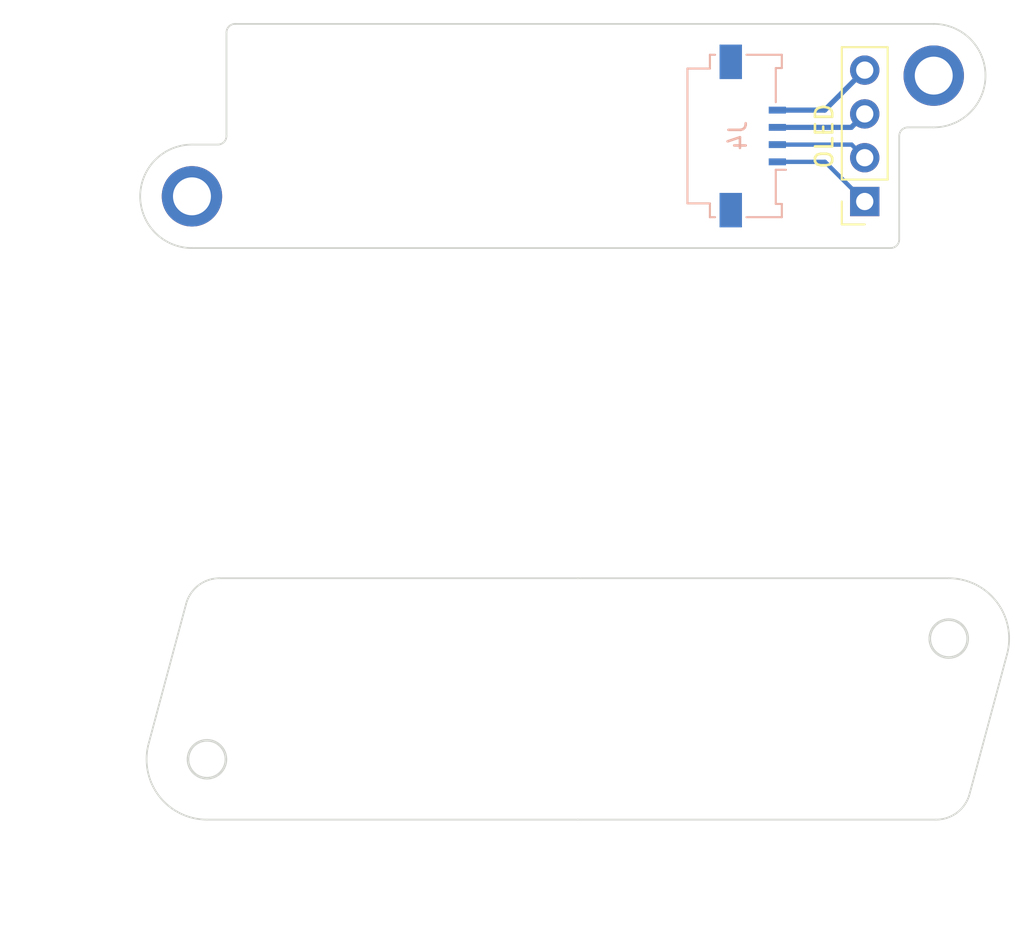
<source format=kicad_pcb>
(kicad_pcb (version 20240108) (generator "pcbnew") (generator_version "8.0")
  (layers (0 "F.Cu" signal) (31 "B.Cu" signal) (34 "B.Paste" user) (35 "F.Paste" user) (36 "B.SilkS" user "B.Silkscreen") (37 "F.SilkS" user "F.Silkscreen") (38 "B.Mask" user) (39 "F.Mask" user) (44 "Edge.Cuts" user))
  (net 0 "")
  (net 1 "GND_conn")
  (net 2 "SCL_conn")
  (net 3 "VCC_conn")
  (net 4 "SDA_conn")
  (footprint "MountingHole:MountingHole_2.2mm_M2_ISO7380_Pad" (layer "F.Cu") (at 126.446003 66.7118 90)
    (property "Reference" "OH2" (hide yes))
    (property "Value" "OLED cover")
    (pad "1" thru_hole circle (at 0 0 90) (size 3.5 3.5) (drill 2.2) (layers "*.Cu" "*.Mask"))
  )
  (footprint "Connector_PinSocket_2.54mm:PinSocket_1x04_P2.54mm_Vertical" (layer "F.Cu") (at 165.445544 67.011799 180)
    (property "Reference" "J3")
    (property "Value" "OLED" (at 2.340282 3.793364 -90) (layer "F.SilkS"))
    (fp_line (start 1.33 1.270001) (end 1.329999 8.95) (stroke (width 0.12)) (layer "F.SilkS"))
    (fp_line (start 1.33 -1.329999) (end 1.330001 0) (stroke (width 0.12)) (layer "F.SilkS"))
    (fp_line (start 0 -1.330001) (end 1.33 -1.329999) (stroke (width 0.12)) (layer "F.SilkS"))
    (fp_line (start -1.33 1.27) (end 1.33 1.270001) (stroke (width 0.12)) (layer "F.SilkS"))
    (fp_line (start -1.33 1.27) (end -1.330001 8.949999) (stroke (width 0.12)) (layer "F.SilkS"))
    (fp_line (start -1.330001 8.949999) (end 1.329999 8.95) (stroke (width 0.12)) (layer "F.SilkS"))
    (pad "1" thru_hole rect (at 0 0 180) (size 1.7 1.7) (drill 1) (layers "*.Cu" "*.Mask") (net 4 "SDA_conn"))
    (pad "2" thru_hole oval (at 0.000001 2.540001 180) (size 1.7 1.7) (drill 1) (layers "*.Cu" "*.Mask") (net 2 "SCL_conn"))
    (pad "3" thru_hole oval (at -0.000001 5.08 180) (size 1.7 1.7) (drill 1) (layers "*.Cu" "*.Mask") (net 3 "VCC_conn"))
    (pad "4" thru_hole oval (at 0 7.62 180) (size 1.7 1.7) (drill 1) (layers "*.Cu" "*.Mask") (net 1 "GND_conn"))
  )
  (footprint "MountingHole:MountingHole_2.2mm_M2_ISO7380_Pad" (layer "F.Cu") (at 169.446 59.711801 90)
    (property "Reference" "OH1" (hide yes))
    (property "Value" "OLED cover")
    (pad "1" thru_hole circle (at 0 0 90) (size 3.5 3.5) (drill 2.2) (layers "*.Cu" "*.Mask"))
  )
  (footprint "jw_custom_footprints:MountingHole_2.2mm_M2_cutout" (layer "F.Cu") (at 127.315216 99.362485 180)
    (property "Reference" "OH3" (hide yes))
    (property "Value" "OLED cover")
    (fp_circle (center 0 0) (end 1.1 0) (stroke (width 0.15)) (fill none) (layer "Edge.Cuts"))
  )
  (footprint "jw_custom_footprints:MountingHole_2.2mm_M2_cutout" (layer "F.Cu") (at 170.315213 92.362486)
    (property "Reference" "OH4" (hide yes))
    (property "Value" "OLED cover")
    (fp_circle (center 0 0) (end 1.1 0) (stroke (width 0.15)) (fill none) (layer "Edge.Cuts"))
  )
  (footprint "Connector_FFC-FPC:Molex_200528-0040_1x04-1MP_P1.00mm_Horizontal" (layer "B.Cu") (at 159.469923 63.2118 90)
    (property "Reference" "J4" (at 0.022274 -1.379454 -90) (layer "B.SilkS") (effects (justify mirror)))
    (property "Value" "Conn_01x04_Socket")
    (fp_line (start -3.91 -4.300001) (end -3.91 -3) (stroke (width 0.12)) (layer "B.SilkS"))
    (fp_line (start 3.91 -4.3) (end -3.91 -4.300001) (stroke (width 0.12)) (layer "B.SilkS"))
    (fp_line (start 4.71 -3) (end 3.91 -3) (stroke (width 0.12)) (layer "B.SilkS"))
    (fp_line (start 3.91 -3) (end 3.91 -4.3) (stroke (width 0.12)) (layer "B.SilkS"))
    (fp_line (start -3.91 -3) (end -4.709999 -3) (stroke (width 0.12)) (layer "B.SilkS"))
    (fp_line (start -4.709999 -3) (end -4.71 -2.7) (stroke (width 0.12)) (layer "B.SilkS"))
    (fp_line (start 4.709999 -2.699999) (end 4.71 -3) (stroke (width 0.12)) (layer "B.SilkS"))
    (fp_line (start -4.71 -0.88) (end -4.71 1.17) (stroke (width 0.12)) (layer "B.SilkS"))
    (fp_line (start 3.94 0.82) (end 3.94 1.170001) (stroke (width 0.12)) (layer "B.SilkS"))
    (fp_line (start 1.96 0.82) (end 3.94 0.82) (stroke (width 0.12)) (layer "B.SilkS"))
    (fp_line (start -1.96 0.82) (end -1.959999 1.409999) (stroke (width 0.12)) (layer "B.SilkS"))
    (fp_line (start -3.940001 0.82) (end -1.96 0.82) (stroke (width 0.12)) (layer "B.SilkS"))
    (fp_line (start 4.71 1.17) (end 4.71 -0.88) (stroke (width 0.12)) (layer "B.SilkS"))
    (fp_line (start -3.939999 1.17) (end -3.940001 0.82) (stroke (width 0.12)) (layer "B.SilkS"))
    (fp_line (start -4.71 1.17) (end -3.939999 1.17) (stroke (width 0.12)) (layer "B.SilkS"))
    (fp_line (start 3.94 1.170001) (end 4.71 1.17) (stroke (width 0.12)) (layer "B.SilkS"))
    (pad "1" smd rect (at -1.5 0.91 90) (size 0.4 1) (layers "B.Cu" "B.Paste" "B.Mask") (net 4 "SDA_conn"))
    (pad "2" smd rect (at -0.5 0.91 90) (size 0.4 1) (layers "B.Cu" "B.Paste" "B.Mask") (net 2 "SCL_conn"))
    (pad "3" smd rect (at 0.499999 0.91 90) (size 0.4 1) (layers "B.Cu" "B.Paste" "B.Mask") (net 3 "VCC_conn"))
    (pad "4" smd rect (at 1.5 0.91 90) (size 0.4 1) (layers "B.Cu" "B.Paste" "B.Mask") (net 1 "GND_conn"))
    (pad "MP" smd rect (at -4.3 -1.79 90) (size 2 1.3) (layers "B.Cu" "B.Paste" "B.Mask"))
    (pad "MP" smd rect (at 4.3 -1.79 90) (size 2 1.3) (layers "B.Cu" "B.Paste" "B.Mask"))
  )
  (gr_arc (start 170.315209 88.862486) (mid 173.092 90.2318) (end 173.695949 93.268353) (stroke (width 0.1)) (layer "Edge.Cuts"))
  (gr_arc (start 128.446001 57.2118) (mid 128.592448 56.858236) (end 128.946001 56.711799) (stroke (width 0.1)) (layer "Edge.Cuts"))
  (gr_line (start 148.815213 88.862485) (end 128.039871 88.862484) (stroke (width 0.1)) (layer "Edge.Cuts"))
  (gr_arc (start 171.522407 101.380123) (mid 170.808076 102.449182) (end 169.590555 102.862485) (stroke (width 0.1)) (layer "Edge.Cuts"))
  (gr_line (start 173.695949 93.268353) (end 171.522407 101.380123) (stroke (width 0.1)) (layer "Edge.Cuts"))
  (gr_line (start 126.445995 63.711799) (end 127.945999 63.711799) (stroke (width 0.1)) (layer "Edge.Cuts"))
  (gr_arc (start 126.108019 90.344846) (mid 126.822347 89.275774) (end 128.039871 88.862484) (stroke (width 0.1)) (layer "Edge.Cuts"))
  (gr_arc (start 127.315217 102.862483) (mid 124.538452 101.493159) (end 123.934477 98.456616) (stroke (width 0.1)) (layer "Edge.Cuts"))
  (gr_line (start 126.445993 69.7118) (end 166.946002 69.711798) (stroke (width 0.1)) (layer "Edge.Cuts"))
  (gr_line (start 148.815213 102.862484) (end 169.590555 102.862485) (stroke (width 0.1)) (layer "Edge.Cuts"))
  (gr_line (start 169.445995 62.7118) (end 167.946 62.711799) (stroke (width 0.1)) (layer "Edge.Cuts"))
  (gr_line (start 128.446001 63.211799) (end 128.446001 57.2118) (stroke (width 0.1)) (layer "Edge.Cuts"))
  (gr_line (start 123.934477 98.456616) (end 126.108019 90.344846) (stroke (width 0.1)) (layer "Edge.Cuts"))
  (gr_line (start 167.446003 63.2118) (end 167.446001 69.2118) (stroke (width 0.1)) (layer "Edge.Cuts"))
  (gr_arc (start 128.446001 63.211799) (mid 128.299561 63.565378) (end 127.945999 63.711799) (stroke (width 0.1)) (layer "Edge.Cuts"))
  (gr_arc (start 167.446001 69.2118) (mid 167.299598 69.565408) (end 166.946002 69.711798) (stroke (width 0.1)) (layer "Edge.Cuts"))
  (gr_arc (start 169.445994 56.711799) (mid 172.44604 59.71185) (end 169.445995 62.7118) (stroke (width 0.1)) (layer "Edge.Cuts"))
  (gr_arc (start 126.445993 69.7118) (mid 123.445889 66.711819) (end 126.445995 63.711799) (stroke (width 0.1)) (layer "Edge.Cuts"))
  (gr_line (start 148.815213 102.862484) (end 127.315217 102.862483) (stroke (width 0.1)) (layer "Edge.Cuts"))
  (gr_line (start 148.815213 88.862485) (end 170.315209 88.862486) (stroke (width 0.1)) (layer "Edge.Cuts"))
  (gr_line (start 169.445994 56.711799) (end 128.946001 56.711799) (stroke (width 0.1)) (layer "Edge.Cuts"))
  (gr_arc (start 167.446003 63.2118) (mid 167.592444 62.858233) (end 167.946 62.711799) (stroke (width 0.1)) (layer "Edge.Cuts"))
  (segment (start 163.125545 61.7118) (end 165.445543 59.3918) (width 0.3) (layer "B.Cu") (net 1))
  (segment (start 160.379922 61.711799) (end 163.125545 61.7118) (width 0.3) (layer "B.Cu") (net 1))
  (segment (start 165.445545 64.471799) (end 164.685545 63.711801) (width 0.25) (layer "B.Cu") (net 2))
  (segment (start 164.685545 63.711801) (end 160.379923 63.711799) (width 0.25) (layer "B.Cu") (net 2))
  (segment (start 165.445546 61.9318) (end 164.665546 62.711802) (width 0.3) (layer "B.Cu") (net 3))
  (segment (start 164.665546 62.711802) (end 160.379924 62.7118) (width 0.3) (layer "B.Cu") (net 3))
  (segment (start 160.379923 64.711799) (end 163.145544 64.711799) (width 0.25) (layer "B.Cu") (net 4))
  (segment (start 163.145544 64.711799) (end 165.445544 67.011799) (width 0.25) (layer "B.Cu") (net 4))
)
</source>
